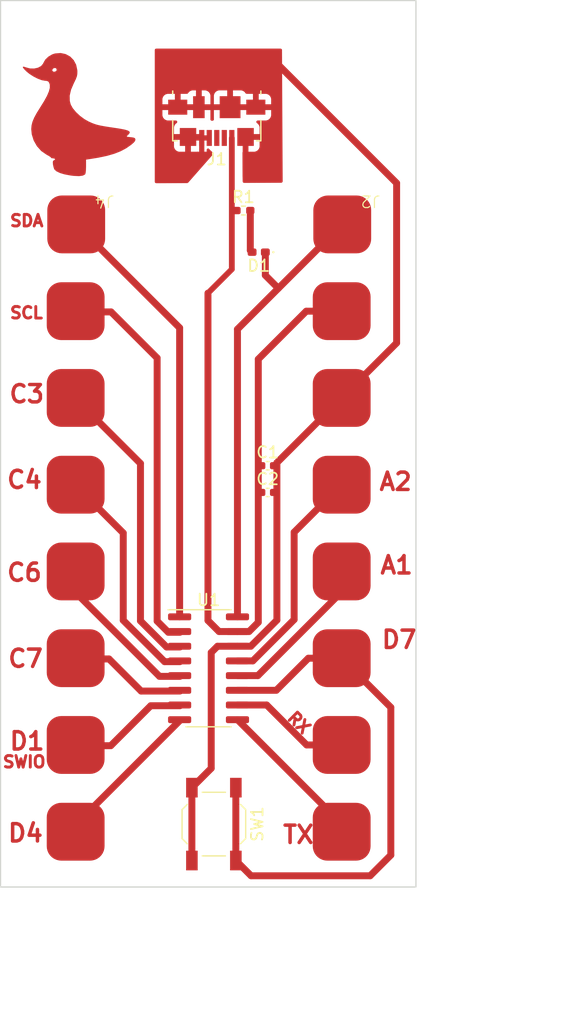
<source format=kicad_pcb>
(kicad_pcb (version 20221018) (generator pcbnew)
  (layers (0 "F.Cu" mixed "Front") (31 "B.Cu" signal "Back") (34 "B.Paste" user) (35 "F.Paste" user) (36 "B.SilkS" user "B.Silkscreen") (37 "F.SilkS" user "F.Silkscreen") (38 "B.Mask" user) (39 "F.Mask" user) (44 "Edge.Cuts" user))
  (net 0 "")
  (net 1 "GND")
  (net 2 "+5V")
  (net 5 "PD1")
  (net 6 "nRES")
  (net 7 "TX")
  (net 8 "RX")
  (net 9 "LED1")
  (net 10 "PC6")
  (net 11 "PC7")
  (net 12 "SDA")
  (net 13 "SCL")
  (net 14 "PD4")
  (net 15 "PC3")
  (net 16 "Net-(D1-A)")
  (net 17 "PA2")
  (net 18 "PA1")
  (net 19 "PC4")
  (footprint "Capacitor_SMD:C_0402_1005Metric_Pad0.74x0.62mm_HandSolder" (layer "F.Cu") (at 122.6 93.36)
    (fp_text reference "C1" (at 0 -1.16) (layer "F.SilkS"))
    (fp_text value "10uF")
    (fp_line (start -0.115835 -0.36) (end 0.115835 -0.36) (stroke (width 0.12)) (layer "F.SilkS"))
    (fp_line (start -0.115835 0.36) (end 0.115835 0.36) (stroke (width 0.12)) (layer "F.SilkS"))
    (pad "1" smd roundrect (at -0.5675 0) (size 0.735 0.62) (layers "F.Cu" "F.Paste" "F.Mask") (net 2 "+5V"))
    (pad "2" smd roundrect (at 0.5675 0) (size 0.735 0.62) (layers "F.Cu" "F.Paste" "F.Mask") (net 1 "GND"))
  )
  (footprint "Capacitor_SMD:C_0402_1005Metric_Pad0.74x0.62mm_HandSolder" (layer "F.Cu") (at 122.6 95.67)
    (fp_text reference "C2" (at 0 -1.16) (layer "F.SilkS"))
    (fp_text value "100nF")
    (fp_line (start -0.115835 -0.36) (end 0.115835 -0.36) (stroke (width 0.12)) (layer "F.SilkS"))
    (fp_line (start -0.115835 0.36) (end 0.115835 0.36) (stroke (width 0.12)) (layer "F.SilkS"))
    (pad "1" smd roundrect (at -0.5675 0) (size 0.735 0.62) (layers "F.Cu" "F.Paste" "F.Mask") (net 2 "+5V"))
    (pad "2" smd roundrect (at 0.5675 0) (size 0.735 0.62) (layers "F.Cu" "F.Paste" "F.Mask") (net 1 "GND"))
  )
  (footprint "Resistor_SMD:R_0402_1005Metric_Pad0.72x0.64mm_HandSolder" (layer "F.Cu") (at 120.5025 71.3)
    (fp_text reference "R1" (at 0 -1.17) (layer "F.SilkS"))
    (fp_text value "1.13k")
    (fp_line (start -0.167621 -0.38) (end 0.167621 -0.38) (stroke (width 0.12)) (layer "F.SilkS"))
    (fp_line (start -0.167621 0.38) (end 0.167621 0.38) (stroke (width 0.12)) (layer "F.SilkS"))
    (pad "1" smd roundrect (at -0.5975 0) (size 0.715 0.64) (layers "F.Cu" "F.Paste" "F.Mask") (net 2 "+5V"))
    (pad "2" smd roundrect (at 0.5975 0) (size 0.715 0.64) (layers "F.Cu" "F.Paste" "F.Mask") (net 16 "Net-(D1-A)"))
  )
  (footprint "footprints:PIN_HEADER" (layer "F.Cu") (at 108.5 70 180)
    (fp_text reference "J4" (at 0 -0.5 180 unlocked) (layer "F.SilkS") (effects (font (thickness 0.1))))
    (fp_text value "Conn_01x08")
    (pad "1" smd roundrect (at 2.45 -2.5 180) (size 5 5) (layers "F.Cu" "F.Paste" "F.Mask") (net 12 "SDA"))
    (pad "2" smd roundrect (at 2.5 -10 180) (size 5 5) (layers "F.Cu" "F.Paste" "F.Mask") (net 13 "SCL"))
    (pad "3" smd roundrect (at 2.5 -17.5 180) (size 5 5) (layers "F.Cu" "F.Paste" "F.Mask") (net 15 "PC3"))
    (pad "4" smd roundrect (at 2.5 -25 180) (size 5 5) (layers "F.Cu" "F.Paste" "F.Mask") (net 19 "PC4"))
    (pad "5" smd roundrect (at 2.5 -32.5 180) (size 5 5) (layers "F.Cu" "F.Paste" "F.Mask") (net 10 "PC6"))
    (pad "6" smd roundrect (at 2.5 -40 180) (size 5 5) (layers "F.Cu" "F.Paste" "F.Mask") (net 11 "PC7"))
    (pad "7" smd roundrect (at 2.5 -47.5 180) (size 5 5) (layers "F.Cu" "F.Paste" "F.Mask") (net 5 "PD1"))
    (pad "8" smd roundrect (at 2.5 -55 180) (size 5 5) (layers "F.Cu" "F.Paste" "F.Mask") (net 14 "PD4"))
  )
  (footprint "Connector_USB:USB_Micro-B_Molex_47346-0001" (layer "F.Cu") (at 118.2025 63.565 180)
    (fp_text reference "J1" (at 0 -3.3) (layer "F.SilkS"))
    (fp_text value "USB_B")
    (fp_line (start -3.81 -1.71) (end -3.43 -1.71) (stroke (width 0.12)) (layer "F.SilkS"))
    (fp_line (start -3.81 0.06) (end -3.81 -1.71) (stroke (width 0.12)) (layer "F.SilkS"))
    (fp_line (start -3.81 2.6) (end -3.81 2.34) (stroke (width 0.12)) (layer "F.SilkS"))
    (fp_line (start 3.81 -1.71) (end 3.43 -1.71) (stroke (width 0.12)) (layer "F.SilkS"))
    (fp_line (start 3.81 -1.71) (end 3.81 0.06) (stroke (width 0.12)) (layer "F.SilkS"))
    (fp_line (start 3.81 2.34) (end 3.81 2.6) (stroke (width 0.12)) (layer "F.SilkS"))
    (pad "1" smd rect (at -1.3 -1.46 180) (size 0.45 1.38) (layers "F.Cu" "F.Paste" "F.Mask") (net 2 "+5V"))
    (pad "2" smd rect (at -0.65 -1.46 180) (size 0.45 1.38) (layers "F.Cu" "F.Paste" "F.Mask"))
    (pad "3" smd rect (at 0 -1.46 180) (size 0.45 1.38) (layers "F.Cu" "F.Paste" "F.Mask"))
    (pad "4" smd rect (at 0.65 -1.46 180) (size 0.45 1.38) (layers "F.Cu" "F.Paste" "F.Mask") (net 1 "GND"))
    (pad "5" smd rect (at 1.3 -1.46 180) (size 0.45 1.38) (layers "F.Cu" "F.Paste" "F.Mask") (net 1 "GND"))
    (pad "6" smd rect (at -3.375 1.2 180) (size 1.65 1.3) (layers "F.Cu" "F.Paste" "F.Mask") (net 1 "GND"))
    (pad "6" smd rect (at -2.4875 -1.375 180) (size 1.425 1.55) (layers "F.Cu" "F.Paste" "F.Mask") (net 1 "GND"))
    (pad "6" smd rect (at -1.15 1.2 180) (size 1.8 1.9) (layers "F.Cu" "F.Paste" "F.Mask") (net 1 "GND"))
    (pad "6" smd rect (at 1.55 1.2 180) (size 1 1.9) (layers "F.Cu" "F.Paste" "F.Mask") (net 1 "GND"))
    (pad "6" smd rect (at 2.4875 -1.375 180) (size 1.425 1.55) (layers "F.Cu" "F.Paste" "F.Mask") (net 1 "GND"))
    (pad "6" smd rect (at 3.375 1.2 180) (size 1.65 1.3) (layers "F.Cu" "F.Paste" "F.Mask") (net 1 "GND"))
  )
  (footprint "Button_Switch_SMD:SW_SPST_TL3342" (layer "F.Cu") (at 117.95 124.34 -90)
    (fp_text reference "SW1" (at 0 -3.75 90) (layer "F.SilkS"))
    (fp_text value "SW_Push")
    (fp_line (start -2.75 -1) (end -2.75 1) (stroke (width 0.12)) (layer "F.SilkS"))
    (fp_line (start -1.7 -2.3) (end -1.25 -2.75) (stroke (width 0.12)) (layer "F.SilkS"))
    (fp_line (start -1.7 2.3) (end -1.25 2.75) (stroke (width 0.12)) (layer "F.SilkS"))
    (fp_line (start -1.25 -2.75) (end 1.25 -2.75) (stroke (width 0.12)) (layer "F.SilkS"))
    (fp_line (start -1.25 2.75) (end 1.25 2.75) (stroke (width 0.12)) (layer "F.SilkS"))
    (fp_line (start 1.7 -2.3) (end 1.25 -2.75) (stroke (width 0.12)) (layer "F.SilkS"))
    (fp_line (start 1.7 2.3) (end 1.25 2.75) (stroke (width 0.12)) (layer "F.SilkS"))
    (fp_line (start 2.75 -1) (end 2.75 1) (stroke (width 0.12)) (layer "F.SilkS"))
    (pad "1" smd rect (at -3.15 -1.9 270) (size 1.7 1) (layers "F.Cu" "F.Paste" "F.Mask") (net 6 "nRES"))
    (pad "1" smd rect (at 3.15 -1.9 270) (size 1.7 1) (layers "F.Cu" "F.Paste" "F.Mask") (net 6 "nRES"))
    (pad "2" smd rect (at -3.15 1.9 270) (size 1.7 1) (layers "F.Cu" "F.Paste" "F.Mask") (net 1 "GND"))
    (pad "2" smd rect (at 3.15 1.9 270) (size 1.7 1) (layers "F.Cu" "F.Paste" "F.Mask") (net 1 "GND"))
  )
  (footprint "Package_SO:SOP-16_3.9x9.9mm_P1.27mm" (layer "F.Cu") (at 117.49 110.87)
    (fp_text reference "U1" (at 0 -5.9) (layer "F.SilkS"))
    (fp_text value "CH32V003AxMx" hide)
    (fp_line (start 0 -5.06) (end -3.5 -5.06) (stroke (width 0.12)) (layer "F.SilkS"))
    (fp_line (start 0 -5.06) (end 1.95 -5.06) (stroke (width 0.12)) (layer "F.SilkS"))
    (fp_line (start 0 5.06) (end -1.95 5.06) (stroke (width 0.12)) (layer "F.SilkS"))
    (fp_line (start 0 5.06) (end 1.95 5.06) (stroke (width 0.12)) (layer "F.SilkS"))
    (pad "1" smd roundrect (at -2.5 -4.445) (size 2 0.6) (layers "F.Cu" "F.Paste" "F.Mask") (net 12 "SDA"))
    (pad "2" smd roundrect (at -2.5 -3.175) (size 2 0.6) (layers "F.Cu" "F.Paste" "F.Mask") (net 13 "SCL"))
    (pad "3" smd roundrect (at -2.5 -1.905) (size 2 0.6) (layers "F.Cu" "F.Paste" "F.Mask") (net 15 "PC3"))
    (pad "4" smd roundrect (at -2.5 -0.635) (size 2 0.6) (layers "F.Cu" "F.Paste" "F.Mask") (net 19 "PC4"))
    (pad "5" smd roundrect (at -2.5 0.635) (size 2 0.6) (layers "F.Cu" "F.Paste" "F.Mask") (net 10 "PC6"))
    (pad "6" smd roundrect (at -2.5 1.905) (size 2 0.6) (layers "F.Cu" "F.Paste" "F.Mask") (net 11 "PC7"))
    (pad "7" smd roundrect (at -2.5 3.175) (size 2 0.6) (layers "F.Cu" "F.Paste" "F.Mask") (net 5 "PD1"))
    (pad "8" smd roundrect (at -2.5 4.445) (size 2 0.6) (layers "F.Cu" "F.Paste" "F.Mask") (net 14 "PD4"))
    (pad "9" smd roundrect (at 2.5 4.445) (size 2 0.6) (layers "F.Cu" "F.Paste" "F.Mask") (net 7 "TX"))
    (pad "10" smd roundrect (at 2.5 3.175) (size 2 0.6) (layers "F.Cu" "F.Paste" "F.Mask") (net 8 "RX"))
    (pad "11" smd roundrect (at 2.5 1.905) (size 2 0.6) (layers "F.Cu" "F.Paste" "F.Mask") (net 6 "nRES"))
    (pad "12" smd roundrect (at 2.5 0.635) (size 2 0.6) (layers "F.Cu" "F.Paste" "F.Mask") (net 18 "PA1"))
    (pad "13" smd roundrect (at 2.5 -0.635) (size 2 0.6) (layers "F.Cu" "F.Paste" "F.Mask") (net 17 "PA2"))
    (pad "14" smd roundrect (at 2.5 -1.905) (size 2 0.6) (layers "F.Cu" "F.Paste" "F.Mask") (net 1 "GND"))
    (pad "15" smd roundrect (at 2.5 -3.175) (size 2 0.6) (layers "F.Cu" "F.Paste" "F.Mask") (net 2 "+5V"))
    (pad "16" smd roundrect (at 2.5 -4.445) (size 2 0.6) (layers "F.Cu" "F.Paste" "F.Mask") (net 9 "LED1"))
  )
  (footprint "footprints:duck" (layer "F.Cu") (at 104.9 64.9)
    (fp_text reference "TP1" hide)
    (fp_text value "TestPoint" hide)
    (fp_poly (pts (xy 0.244613 -7.124665) (xy 0.627135 -6.915068) (xy 0.933205 -6.603199) (xy 1.145449 -6.203088) (xy 1.246494 -5.728766) (xy 1.25197 -5.620592) (xy 1.245887 -5.399416) (xy 1.207007 -5.196667) (xy 1.121636 -4.966772) (xy 0.976075 -4.664159) (xy 0.948071 -4.609421) (xy 0.703699 -4.042363) (xy 0.586464 -3.533828) (xy 0.594739 -3.072688) (xy 0.677914 -2.762675) (xy 0.853864 -2.445911) (xy 1.134084 -2.107853) (xy 1.486056 -1.77938) (xy 1.877264 -1.491368) (xy 2.217043 -1.301109) (xy 2.474515 -1.184619) (xy 2.711569 -1.0916) (xy 2.957094 -1.014912) (xy 3.239981 -0.947417) (xy 3.589119 -0.881975) (xy 4.033398 -0.811446) (xy 4.439153 -0.751962) (xy 4.955993 -0.672087) (xy 5.337702 -0.597712) (xy 5.59511 -0.523008) (xy 5.739046 -0.442144) (xy 5.780337 -0.349289) (xy 5.729813 -0.238612) (xy 5.61479 -0.118948) (xy 5.531663 -0.038084) (xy 5.528076 0.007302) (xy 5.625969 0.033448) (xy 5.847285 0.056591) (xy 5.852686 0.057094) (xy 6.085852 0.087476) (xy 6.209571 0.13431) (xy 6.260792 0.215032) (xy 6.268244 0.253202) (xy 6.245562 0.37562) (xy 6.13159 0.521863) (xy 5.907987 0.715429) (xy 5.906583 0.716539) (xy 5.472504 1.020575) (xy 4.992112 1.276917) (xy 4.444551 1.492853) (xy 3.808966 1.675668) (xy 3.0645 1.832649) (xy 2.402594 1.940702) (xy 2 2) (xy 2 2.59804) (xy 1.990072 2.905464) (xy 1.963134 3.141808) (xy 1.923451 3.271859) (xy 1.917451 3.279252) (xy 1.717758 3.384942) (xy 1.390273 3.427293) (xy 0.93327 3.406432) (xy 0.645822 3.370924) (xy 0.14519 3.276641) (xy -0.264004 3.15397) (xy -0.564144 3.009715) (xy -0.737616 2.850677) (xy -0.7482 2.83259) (xy -0.806578 2.670453) (xy -0.856143 2.446917) (xy -0.863238 2.400716) (xy -0.87656 2.196035) (xy -0.835813 2.091309) (xy -0.788036 2.06242) (xy -0.680519 1.98801) (xy -0.704955 1.920166) (xy -0.848546 1.887331) (xy -0.866955 1.887065) (xy -0.994532 1.873774) (xy -1.019209 1.844123) (xy -1.057018 1.792365) (xy -1.196927 1.696648) (xy -1.409374 1.577018) (xy -1.425643 1.568553) (xy -1.875195 1.256936) (xy -2.248421 0.840485) (xy -2.527956 0.348364) (xy -2.696436 -0.190263) (xy -2.739583 -0.638295) (xy -2.714743 -0.951003) (xy -2.63531 -1.26956) (xy -2.490561 -1.62008) (xy -2.269771 -2.028679) (xy -1.973033 -2.504866) (xy -1.627065 -3.05991) (xy -1.375372 -3.520493) (xy -1.21298 -3.899774) (xy -1.134917 -4.210913) (xy -1.136209 -4.467069) (xy -1.177345 -4.610552) (xy -1.261527 -4.748157) (xy -1.395269 -4.804745) (xy -1.533624 -4.813564) (xy -1.819846 -4.8631) (xy -2.170682 -4.992788) (xy -2.544569 -5.181988) (xy -2.899946 -5.410059) (xy -3.157381 -5.619965) (xy -3.234337 -5.698247) (xy -0.919972 -5.698247) (xy -0.914286 -5.679793) (xy -0.821774 -5.600814) (xy -0.684187 -5.604575) (xy -0.568499 -5.679595) (xy -0.538998 -5.744136) (xy -0.573195 -5.874169) (xy -0.63068 -5.917023) (xy -0.776778 -5.914717) (xy -0.891012 -5.8269) (xy -0.919972 -5.698247) (xy -3.234337 -5.698247) (xy -3.370678 -5.836936) (xy -3.467803 -5.97818) (xy -3.448381 -6.040386) (xy -3.312036 -6.020243) (xy -3.19787 -5.977408) (xy -2.846116 -5.882915) (xy -2.488683 -5.876021) (xy -2.159154 -5.948275) (xy -1.891112 -6.091228) (xy -1.718138 -6.296429) (xy -1.693885 -6.355853) (xy -1.530876 -6.644889) (xy -1.262542 -6.903909) (xy -0.929918 -7.099512) (xy -0.680285 -7.180925) (xy -0.196985 -7.217961)) (fill solid) (layer "F.Cu"))
  )
  (footprint "LED_SMD:LED_0402_1005Metric_Pad0.77x0.64mm_HandSolder" (layer "F.Cu") (at 121.8275 74.9 180)
    (fp_text reference "D1" (at 0 -1.17) (layer "F.SilkS"))
    (fp_text value "LED")
    (fp_circle (center -1.265 0) (end -1.215 0) (stroke (width 0.1)) (fill none) (layer "F.SilkS"))
    (pad "1" smd roundrect (at -0.5725 0 180) (size 0.765 0.64) (layers "F.Cu" "F.Paste" "F.Mask") (net 9 "LED1"))
    (pad "2" smd roundrect (at 0.5725 0 180) (size 0.765 0.64) (layers "F.Cu" "F.Paste" "F.Mask") (net 16 "Net-(D1-A)"))
  )
  (footprint "footprints:PIN_HEADER" (layer "F.Cu") (at 131.5 70 180)
    (fp_text reference "J2" (at 0 -0.5 180 unlocked) (layer "F.SilkS") (effects (font (thickness 0.1))))
    (fp_text value "Conn_01x08")
    (pad "1" smd roundrect (at 2.45 -2.5 180) (size 5 5) (layers "F.Cu" "F.Paste" "F.Mask") (net 9 "LED1"))
    (pad "2" smd roundrect (at 2.5 -10 180) (size 5 5) (layers "F.Cu" "F.Paste" "F.Mask") (net 2 "+5V"))
    (pad "3" smd roundrect (at 2.5 -17.5 180) (size 5 5) (layers "F.Cu" "F.Paste" "F.Mask") (net 1 "GND"))
    (pad "4" smd roundrect (at 2.5 -25 180) (size 5 5) (layers "F.Cu" "F.Paste" "F.Mask") (net 17 "PA2"))
    (pad "5" smd roundrect (at 2.5 -32.5 180) (size 5 5) (layers "F.Cu" "F.Paste" "F.Mask") (net 18 "PA1"))
    (pad "6" smd roundrect (at 2.5 -40 180) (size 5 5) (layers "F.Cu" "F.Paste" "F.Mask") (net 6 "nRES"))
    (pad "7" smd roundrect (at 2.5 -47.5 180) (size 5 5) (layers "F.Cu" "F.Paste" "F.Mask") (net 8 "RX"))
    (pad "8" smd roundrect (at 2.5 -55 180) (size 5 5) (layers "F.Cu" "F.Paste" "F.Mask") (net 7 "TX"))
  )
  (gr_rect (start 99.51 53.15) (end 135.42 129.78) (stroke (width 0.1)) (fill none) (layer "Edge.Cuts"))
  (gr_text "D7" (at 132.31 109.27) (layer "F.Cu") (effects (font (size 1.5 1.5) (thickness 0.3) bold) (justify left bottom)))
  (gr_text "D1" (at 100.14 118.05) (layer "F.Cu") (effects (font (size 1.5 1.5) (thickness 0.3) bold) (justify left bottom)))
  (gr_text "SDA" (at 100.2 72.77) (layer "F.Cu") (effects (font (size 1 1) (thickness 0.25) bold) (justify left bottom)))
  (gr_text "SWIO" (at 99.58 119.55) (layer "F.Cu") (effects (font (size 1 1) (thickness 0.25) bold) (justify left bottom)))
  (gr_text "C7" (at 100.01 110.91) (layer "F.Cu") (effects (font (size 1.5 1.5) (thickness 0.3) bold) (justify left bottom)))
  (gr_text "A2" (at 132.11 95.61) (layer "F.Cu") (effects (font (size 1.5 1.5) (thickness 0.3) bold) (justify left bottom)))
  (gr_text "SCL" (at 100.2 80.73) (layer "F.Cu") (effects (font (size 1 1) (thickness 0.25) bold) (justify left bottom)))
  (gr_text "C3" (at 100.11 88.04) (layer "F.Cu") (effects (font (size 1.5 1.5) (thickness 0.3) bold) (justify left bottom)))
  (gr_text "D4" (at 100 126) (layer "F.Cu") (effects (font (size 1.5 1.5) (thickness 0.3) bold) (justify left bottom)))
  (gr_text "RX" (at 124.09 115.18 -45) (layer "F.Cu") (effects (font (size 1 1) (thickness 0.25) bold) (justify left bottom)))
  (gr_text "C4" (at 99.91 95.45) (layer "F.Cu") (effects (font (size 1.5 1.5) (thickness 0.3) bold) (justify left bottom)))
  (gr_text "TX\n" (at 123.77 126.13) (layer "F.Cu") (effects (font (size 1.5 1.5) (thickness 0.3) bold) (justify left bottom)))
  (gr_text "C6" (at 99.91 103.47) (layer "F.Cu") (effects (font (size 1.5 1.5) (thickness 0.3) bold) (justify left bottom)))
  (gr_text "A1" (at 132.19 102.83) (layer "F.Cu") (effects (font (size 1.5 1.5) (thickness 0.3) bold) (justify left bottom)))
  (segment (start 123.4 106.71) (end 123.4 93.1) (width 0.6) (layer "F.Cu") (net 1))
  (segment (start 119.99 108.965) (end 121.145 108.965) (width 0.6) (layer "F.Cu") (net 1))
  (segment (start 116.05 127.49) (end 116.05 121.19) (width 0.6) (layer "F.Cu") (net 1))
  (segment (start 133.75 82.75) (end 133.75 68.93) (width 0.6) (layer "F.Cu") (net 1))
  (segment (start 117.72 109.51) (end 117.72 119.52) (width 0.6) (layer "F.Cu") (net 1))
  (segment (start 119.99 108.965) (end 118.265 108.965) (width 0.6) (layer "F.Cu") (net 1))
  (segment (start 133.75 68.93) (end 123.02 58.2) (width 0.6) (layer "F.Cu") (net 1))
  (segment (start 123.4 93.1) (end 129 87.5) (width 0.6) (layer "F.Cu") (net 1))
  (segment (start 121.145 108.965) (end 123.4 106.71) (width 0.6) (layer "F.Cu") (net 1))
  (segment (start 117.72 119.52) (end 116.05 121.19) (width 0.6) (layer "F.Cu") (net 1))
  (segment (start 129 87.5) (end 133.75 82.75) (width 0.6) (layer "F.Cu") (net 1))
  (segment (start 118.265 108.965) (end 117.72 109.51) (width 0.6) (layer "F.Cu") (net 1))
  (segment (start 121.79 84.15) (end 125.94 80) (width 0.6) (layer "F.Cu") (net 2))
  (segment (start 117.44 106.74) (end 118.395 107.695) (width 0.6) (layer "F.Cu") (net 2))
  (segment (start 117.44 78.44) (end 117.44 106.74) (width 0.6) (layer "F.Cu") (net 2))
  (segment (start 119.99 107.695) (end 120.989999 107.695) (width 0.6) (layer "F.Cu") (net 2))
  (segment (start 125.94 80) (end 129 80) (width 0.6) (layer "F.Cu") (net 2))
  (segment (start 120.989999 107.695) (end 121.79 106.894999) (width 0.6) (layer "F.Cu") (net 2))
  (segment (start 119.5025 76.3775) (end 117.44 78.44) (width 0.5) (layer "F.Cu") (net 2))
  (segment (start 118.395 107.695) (end 119.99 107.695) (width 0.6) (layer "F.Cu") (net 2))
  (segment (start 119.5025 65.025) (end 119.5025 76.3775) (width 0.5) (layer "F.Cu") (net 2))
  (segment (start 121.79 106.894999) (end 121.79 84.15) (width 0.6) (layer "F.Cu") (net 2))
  (segment (start 115.015 114.11) (end 112.49 114.11) (width 0.6) (layer "F.Cu") (net 5))
  (segment (start 109.035 117.565) (end 106.005 117.565) (width 0.6) (layer "F.Cu") (net 5))
  (segment (start 112.49 114.11) (end 109.035 117.565) (width 0.6) (layer "F.Cu") (net 5))
  (segment (start 133.25 114.25) (end 129 110) (width 0.6) (layer "F.Cu") (net 6))
  (segment (start 119.99 112.775) (end 123.345 112.775) (width 0.6) (layer "F.Cu") (net 6))
  (segment (start 131.46 128.81) (end 133.25 127.02) (width 0.6) (layer "F.Cu") (net 6))
  (segment (start 126.12 110) (end 129 110) (width 0.6) (layer "F.Cu") (net 6))
  (segment (start 123.345 112.775) (end 126.12 110) (width 0.6) (layer "F.Cu") (net 6))
  (segment (start 119.85 127.49) (end 121.17 128.81) (width 0.6) (layer "F.Cu") (net 6))
  (segment (start 133.25 127.02) (end 133.25 114.25) (width 0.6) (layer "F.Cu") (net 6))
  (segment (start 119.85 127.49) (end 119.85 121.19) (width 0.6) (layer "F.Cu") (net 6))
  (segment (start 121.17 128.81) (end 131.46 128.81) (width 0.6) (layer "F.Cu") (net 6))
  (segment (start 119.99 115.315) (end 129 124.325) (width 0.6) (layer "F.Cu") (net 7))
  (segment (start 129 124.325) (end 129 125) (width 0.6) (layer "F.Cu") (net 7))
  (segment (start 122.515 114.045) (end 125.97 117.5) (width 0.6) (layer "F.Cu") (net 8))
  (segment (start 125.97 117.5) (end 129 117.5) (width 0.6) (layer "F.Cu") (net 8))
  (segment (start 119.99 114.045) (end 122.515 114.045) (width 0.6) (layer "F.Cu") (net 8))
  (segment (start 123.525 78.025) (end 129.05 72.5) (width 0.6) (layer "F.Cu") (net 9))
  (segment (start 119.99 81.56) (end 123.525 78.025) (width 0.6) (layer "F.Cu") (net 9))
  (segment (start 122.4 76.9) (end 123.525 78.025) (width 0.6) (layer "F.Cu") (net 9))
  (segment (start 119.99 106.425) (end 119.99 81.56) (width 0.6) (layer "F.Cu") (net 9))
  (segment (start 122.4 74.9) (end 122.4 76.9) (width 0.6) (layer "F.Cu") (net 9))
  (segment (start 106.005 104.325) (end 106.005 102.565) (width 0.6) (layer "F.Cu") (net 10))
  (segment (start 115.015 111.57) (end 113.25 111.57) (width 0.6) (layer "F.Cu") (net 10))
  (segment (start 113.25 111.57) (end 106.005 104.325) (width 0.6) (layer "F.Cu") (net 10))
  (segment (start 115.015 112.84) (end 111.66 112.84) (width 0.6) (layer "F.Cu") (net 11))
  (segment (start 108.885 110.065) (end 106.005 110.065) (width 0.6) (layer "F.Cu") (net 11))
  (segment (start 111.66 112.84) (end 108.885 110.065) (width 0.6) (layer "F.Cu") (net 11))
  (segment (start 114.99 106.425) (end 114.99 81.44) (width 0.6) (layer "F.Cu") (net 12))
  (segment (start 114.99 81.44) (end 106.05 72.5) (width 0.6) (layer "F.Cu") (net 12))
  (segment (start 113.045 84.045) (end 109.065 80.065) (width 0.6) (layer "F.Cu") (net 13))
  (segment (start 113.045 106.789999) (end 113.045 84.045) (width 0.6) (layer "F.Cu") (net 13))
  (segment (start 114.015001 107.76) (end 113.045 106.789999) (width 0.6) (layer "F.Cu") (net 13))
  (segment (start 115.015 107.76) (end 114.015001 107.76) (width 0.6) (layer "F.Cu") (net 13))
  (segment (start 109.065 80.065) (end 106.005 80.065) (width 0.6) (layer "F.Cu") (net 13))
  (segment (start 106.005 124.39) (end 106.005 125.065) (width 0.6) (layer "F.Cu") (net 14))
  (segment (start 115.015 115.38) (end 106.005 124.39) (width 0.6) (layer "F.Cu") (net 14))
  (segment (start 115.015 109.03) (end 113.86 109.03) (width 0.6) (layer "F.Cu") (net 15))
  (segment (start 111.605 93.165) (end 106.005 87.565) (width 0.6) (layer "F.Cu") (net 15))
  (segment (start 113.86 109.03) (end 111.605 106.775) (width 0.6) (layer "F.Cu") (net 15))
  (segment (start 111.605 106.775) (end 111.605 93.165) (width 0.6) (layer "F.Cu") (net 15))
  (segment (start 121.1 71.3) (end 121.1 74.745) (width 0.6) (layer "F.Cu") (net 16))
  (segment (start 121.1 74.745) (end 121.255 74.9) (width 0.6) (layer "F.Cu") (net 16))
  (segment (start 124.89 99.11) (end 129 95) (width 0.6) (layer "F.Cu") (net 17))
  (segment (start 121.315 110.235) (end 124.89 106.66) (width 0.6) (layer "F.Cu") (net 17))
  (segment (start 119.99 110.235) (end 121.315 110.235) (width 0.6) (layer "F.Cu") (net 17))
  (segment (start 124.89 106.66) (end 124.89 99.11) (width 0.6) (layer "F.Cu") (net 17))
  (segment (start 121.755 111.505) (end 129 104.26) (width 0.6) (layer "F.Cu") (net 18))
  (segment (start 119.99 111.505) (end 121.755 111.505) (width 0.6) (layer "F.Cu") (net 18))
  (segment (start 129 104.26) (end 129 102.5) (width 0.6) (layer "F.Cu") (net 18))
  (segment (start 115.015 110.3) (end 113.69 110.3) (width 0.6) (layer "F.Cu") (net 19))
  (segment (start 110.115 106.725) (end 110.115 99.175) (width 0.6) (layer "F.Cu") (net 19))
  (segment (start 110.115 99.175) (end 106.005 95.065) (width 0.6) (layer "F.Cu") (net 19))
  (segment (start 113.69 110.3) (end 110.115 106.725) (width 0.6) (layer "F.Cu") (net 19))
  (zone (net 0) (net_name "") (layer "F.Cu") (connect_pads (clearance 0)) (min_thickness 0.25)
    (keepout (tracks allowed) (vias allowed) (pads allowed) (copperpour not_allowed) (footprints allowed))
    (fill (thermal_gap 0.5) (thermal_bridge_width 0.5))
    (polygon (pts (xy 120.45 69.29) (xy 120.43 68.28) (xy 120.42 65.88) (xy 119.86 65.79) (xy 119.9 63.56) (xy 116.7 63.53) (xy 116.67 64.19) (xy 117.84 64.17) (xy 117.85 66.48) (xy 115.23 69.46)))
  )
  (zone (net 1) (net_name "GND") (layer "F.Cu") (connect_pads (clearance 0.5)) (min_thickness 0.25) (fill yes (thermal_gap 0.5) (thermal_bridge_width 0.5))
    (polygon (pts (xy 112.84 68.94) (xy 123.9 68.9) (xy 123.84 57.3) (xy 112.84 57.3)))
  )
)
</source>
